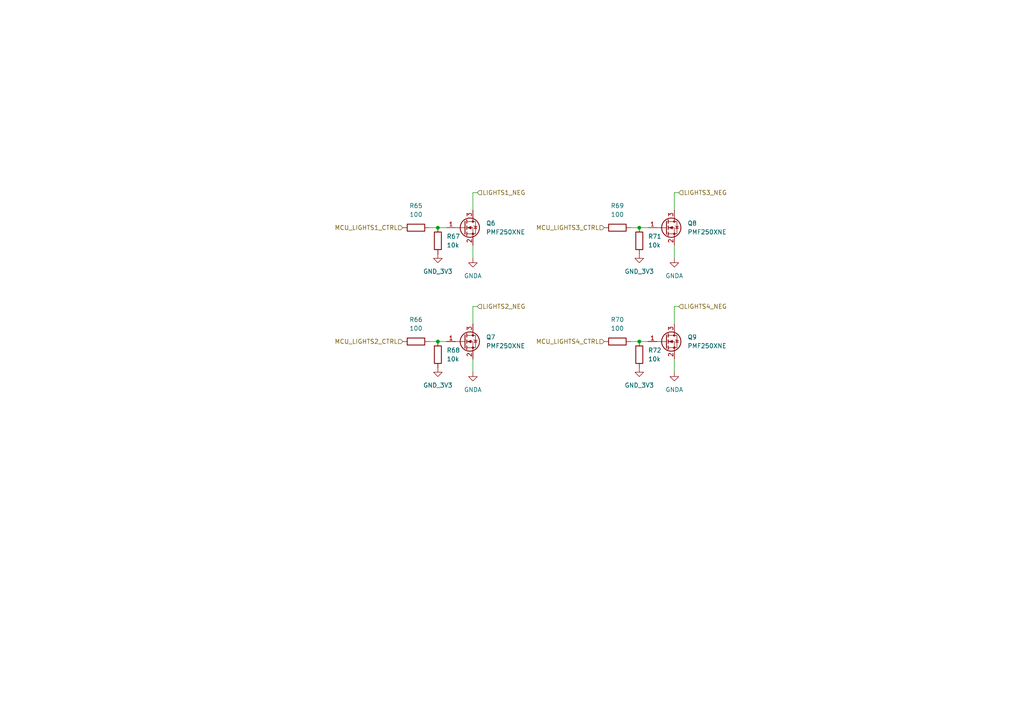
<source format=kicad_sch>
(kicad_sch (version 20231120) (generator "eeschema") (generator_version "8.0")
  (paper "A4")
  (lib_symbols
    (symbol "Device:R" (pin_numbers hide) (pin_names (offset 0))
      (property "Reference" "R" (at 2.032 0 90))
      (property "Value" "R" (at 0 0 90))
      (symbol "R_0_1"
        (rectangle (start -1.016 -2.54) (end 1.016 2.54) (stroke (width 0.254)))
      )
      (symbol "R_1_1"
        (pin passive line (at 0 3.81 270) (length 1.27) (name "~") (number "1"))
        (pin passive line (at 0 -3.81 90) (length 1.27) (name "~") (number "2"))
      )
    )
    (symbol "Transistor_FET:2N7002E" (pin_names hide)
      (property "Reference" "Q" (at 5.08 1.905 0))
      (property "Value" "2N7002E" (at 5.08 0 0))
      (symbol "2N7002E_0_1"
        (polyline (pts (xy 0.254 0) (xy -2.54 0)))
        (polyline (pts (xy 0.254 1.905) (xy 0.254 -1.905)) (stroke (width 0.254)))
        (polyline (pts (xy 0.762 -1.27) (xy 0.762 -2.286)) (stroke (width 0.254)))
        (polyline (pts (xy 0.762 0.508) (xy 0.762 -0.508)) (stroke (width 0.254)))
        (polyline (pts (xy 0.762 2.286) (xy 0.762 1.27)) (stroke (width 0.254)))
        (polyline (pts (xy 2.54 2.54) (xy 2.54 1.778)))
        (polyline (pts (xy 2.54 -2.54) (xy 2.54 0) (xy 0.762 0)))
        (polyline (pts (xy 0.762 -1.778) (xy 3.302 -1.778) (xy 3.302 1.778) (xy 0.762 1.778)))
        (polyline (pts (xy 1.016 0) (xy 2.032 0.381) (xy 2.032 -0.381) (xy 1.016 0)) (fill (type outline)))
        (polyline (pts (xy 2.794 0.508) (xy 2.921 0.381) (xy 3.683 0.381) (xy 3.81 0.254)))
        (polyline (pts (xy 3.302 0.381) (xy 2.921 -0.254) (xy 3.683 -0.254) (xy 3.302 0.381)))
        (circle (center 1.651 0) (radius 2.794) (stroke (width 0.254)))
        (circle (center 2.54 -1.778) (radius 0.254) (fill (type outline)))
        (circle (center 2.54 1.778) (radius 0.254) (fill (type outline)))
      )
      (symbol "2N7002E_1_1"
        (pin input line (at -5.08 0 0) (length 2.54) (name "G") (number "1"))
        (pin passive line (at 2.54 -5.08 90) (length 2.54) (name "S") (number "2"))
        (pin passive line (at 2.54 5.08 270) (length 2.54) (name "D") (number "3"))
      )
    )
    (symbol "power:GND" (power) (pin_numbers hide) (pin_names (offset 0) hide)
      (property "Value" "GND" (at 0 -3.81 0))
      (symbol "GND_0_1"
        (polyline (pts (xy 0 0) (xy 0 -1.27) (xy 1.27 -1.27) (xy 0 -2.54) (xy -1.27 -1.27) (xy 0 -1.27)))
      )
      (symbol "GND_1_1"
        (pin power_in line (at 0 0 270) (length 0) (name "~") (number "1"))
      )
    )
    (symbol "power:GNDA" (power) (pin_numbers hide) (pin_names (offset 0) hide)
      (property "Value" "GNDA" (at 0 -3.81 0))
      (symbol "GNDA_0_1"
        (polyline (pts (xy 0 0) (xy 0 -1.27) (xy 1.27 -1.27) (xy 0 -2.54) (xy -1.27 -1.27) (xy 0 -1.27)))
      )
      (symbol "GNDA_1_1"
        (pin power_in line (at 0 0 270) (length 0) (name "~") (number "1"))
      )
    )
  )
  (junction (at 185.42 66.04))
  (junction (at 185.42 99.06))
  (junction (at 127 99.06))
  (junction (at 127 66.04))
  (wire (pts (xy 124.46 99.06) (xy 127 99.06)))
  (wire (pts (xy 185.42 99.06) (xy 187.96 99.06)))
  (wire (pts (xy 195.58 74.93) (xy 195.58 71.12)))
  (wire (pts (xy 195.58 55.88) (xy 196.85 55.88)))
  (wire (pts (xy 195.58 55.88) (xy 195.58 60.96)))
  (wire (pts (xy 137.16 88.9) (xy 138.43 88.9)))
  (wire (pts (xy 127 66.04) (xy 129.54 66.04)))
  (wire (pts (xy 195.58 88.9) (xy 195.58 93.98)))
  (wire (pts (xy 185.42 66.04) (xy 187.96 66.04)))
  (wire (pts (xy 195.58 88.9) (xy 196.85 88.9)))
  (wire (pts (xy 182.88 66.04) (xy 185.42 66.04)))
  (wire (pts (xy 124.46 66.04) (xy 127 66.04)))
  (wire (pts (xy 137.16 88.9) (xy 137.16 93.98)))
  (wire (pts (xy 195.58 107.95) (xy 195.58 104.14)))
  (wire (pts (xy 137.16 55.88) (xy 138.43 55.88)))
  (wire (pts (xy 137.16 74.93) (xy 137.16 71.12)))
  (wire (pts (xy 127 99.06) (xy 129.54 99.06)))
  (wire (pts (xy 137.16 55.88) (xy 137.16 60.96)))
  (wire (pts (xy 182.88 99.06) (xy 185.42 99.06)))
  (wire (pts (xy 137.16 107.95) (xy 137.16 104.14)))
  (hierarchical_label "LIGHTS4_NEG" (shape input) (at 196.85 88.9 0))
  (hierarchical_label "MCU_LIGHTS4_CTRL" (shape input) (at 175.26 99.06 180))
  (hierarchical_label "MCU_LIGHTS3_CTRL" (shape input) (at 175.26 66.04 180))
  (hierarchical_label "LIGHTS2_NEG" (shape input) (at 138.43 88.9 0))
  (hierarchical_label "MCU_LIGHTS2_CTRL" (shape input) (at 116.84 99.06 180))
  (hierarchical_label "MCU_LIGHTS1_CTRL" (shape input) (at 116.84 66.04 180))
  (hierarchical_label "LIGHTS1_NEG" (shape input) (at 138.43 55.88 0))
  (hierarchical_label "LIGHTS3_NEG" (shape input) (at 196.85 55.88 0))
  (symbol (lib_id "Device:R") (at 179.07 99.06 90) (unit 1)
    (property "Reference" "R70" (at 179.07 92.71 90))
    (property "Value" "100" (at 179.07 95.25 90))
    (property "Footprint" "Resistor_SMD:R_0603_1608Metric" (effects (hide yes)))
    (property "Description" "Resistor" (effects (hide yes)))
    (property "MANUF_PN" "RC0603FR-07100RL" (effects (hide yes)))
  )
  (symbol (lib_id "power:GND") (at 127 73.66 0) (unit 1)
    (property "Reference" "#PWR0148" (effects (hide yes)))
    (property "Value" "GND_3V3" (at 127 78.74 0))
    (property "Description" "Power symbol creates a global label with name \"GND\" , ground" (effects (hide yes)))
  )
  (symbol (lib_id "power:GNDA") (at 137.16 74.93 0) (unit 1)
    (property "Reference" "#PWR0150" (effects (hide yes)))
    (property "Value" "GNDA" (at 137.16 80.01 0))
    (property "Description" "Power symbol creates a global label with name \"GNDA\" , analog ground" (effects (hide yes)))
  )
  (symbol (lib_id "Device:R") (at 120.65 66.04 90) (unit 1)
    (property "Reference" "R65" (at 120.65 59.69 90))
    (property "Value" "100" (at 120.65 62.23 90))
    (property "Footprint" "Resistor_SMD:R_0603_1608Metric" (effects (hide yes)))
    (property "Description" "Resistor" (effects (hide yes)))
    (property "MANUF_PN" "RC0603FR-07100RL" (effects (hide yes)))
  )
  (symbol (lib_id "Device:R") (at 127 102.87 180) (unit 1)
    (property "Reference" "R68" (at 129.54 101.5999 0) (effects (justify right)))
    (property "Value" "10k" (at 129.54 104.1399 0) (effects (justify right)))
    (property "Footprint" "Resistor_SMD:R_0603_1608Metric" (effects (hide yes)))
    (property "Description" "Resistor" (effects (hide yes)))
    (property "MANUF_PN" "RC0603FR-0710KL" (effects (hide yes)))
  )
  (symbol (lib_id "Device:R") (at 120.65 99.06 90) (unit 1)
    (property "Reference" "R66" (at 120.65 92.71 90))
    (property "Value" "100" (at 120.65 95.25 90))
    (property "Footprint" "Resistor_SMD:R_0603_1608Metric" (effects (hide yes)))
    (property "Description" "Resistor" (effects (hide yes)))
    (property "MANUF_PN" "RC0603FR-07100RL" (effects (hide yes)))
  )
  (symbol (lib_id "Device:R") (at 179.07 66.04 90) (unit 1)
    (property "Reference" "R69" (at 179.07 59.69 90))
    (property "Value" "100" (at 179.07 62.23 90))
    (property "Footprint" "Resistor_SMD:R_0603_1608Metric" (effects (hide yes)))
    (property "Description" "Resistor" (effects (hide yes)))
    (property "MANUF_PN" "RC0603FR-07100RL" (effects (hide yes)))
  )
  (symbol (lib_id "power:GND") (at 185.42 106.68 0) (unit 1)
    (property "Reference" "#PWR0153" (effects (hide yes)))
    (property "Value" "GND_3V3" (at 185.42 111.76 0))
    (property "Description" "Power symbol creates a global label with name \"GND\" , ground" (effects (hide yes)))
  )
  (symbol (lib_id "power:GNDA") (at 195.58 74.93 0) (unit 1)
    (property "Reference" "#PWR0154" (effects (hide yes)))
    (property "Value" "GNDA" (at 195.58 80.01 0))
    (property "Description" "Power symbol creates a global label with name \"GNDA\" , analog ground" (effects (hide yes)))
  )
  (symbol (lib_id "Transistor_FET:2N7002E") (at 134.62 99.06 0) (unit 1)
    (property "Reference" "Q7" (at 140.97 97.7899 0) (effects (justify left)))
    (property "Value" "PMF250XNE" (at 140.97 100.3299 0) (effects (justify left)))
    (property "Footprint" "Package_TO_SOT_SMD:SOT-23" (effects (hide yes)))
    (property "Datasheet" "https://assets.nexperia.com/documents/data-sheet/PMF250XNE.pdf" (effects (hide yes)))
    (property "Description" "0.24A Id, 60V Vds, N-Channel MOSFET, SOT-23" (effects (hide yes)))
    (property "MANUF_PN" "PMF250XNEX" (effects (hide yes)))
  )
  (symbol (lib_id "power:GND") (at 185.42 73.66 0) (unit 1)
    (property "Reference" "#PWR0152" (effects (hide yes)))
    (property "Value" "GND_3V3" (at 185.42 78.74 0))
    (property "Description" "Power symbol creates a global label with name \"GND\" , ground" (effects (hide yes)))
  )
  (symbol (lib_id "power:GNDA") (at 137.16 107.95 0) (unit 1)
    (property "Reference" "#PWR0151" (effects (hide yes)))
    (property "Value" "GNDA" (at 137.16 113.03 0))
    (property "Description" "Power symbol creates a global label with name \"GNDA\" , analog ground" (effects (hide yes)))
  )
  (symbol (lib_id "Device:R") (at 127 69.85 180) (unit 1)
    (property "Reference" "R67" (at 129.54 68.5799 0) (effects (justify right)))
    (property "Value" "10k" (at 129.54 71.1199 0) (effects (justify right)))
    (property "Footprint" "Resistor_SMD:R_0603_1608Metric" (effects (hide yes)))
    (property "Description" "Resistor" (effects (hide yes)))
    (property "MANUF_PN" "RC0603FR-0710KL" (effects (hide yes)))
  )
  (symbol (lib_id "Device:R") (at 185.42 69.85 180) (unit 1)
    (property "Reference" "R71" (at 187.96 68.5799 0) (effects (justify right)))
    (property "Value" "10k" (at 187.96 71.1199 0) (effects (justify right)))
    (property "Footprint" "Resistor_SMD:R_0603_1608Metric" (effects (hide yes)))
    (property "Description" "Resistor" (effects (hide yes)))
    (property "MANUF_PN" "RC0603FR-0710KL" (effects (hide yes)))
  )
  (symbol (lib_id "power:GNDA") (at 195.58 107.95 0) (unit 1)
    (property "Reference" "#PWR0155" (effects (hide yes)))
    (property "Value" "GNDA" (at 195.58 113.03 0))
    (property "Description" "Power symbol creates a global label with name \"GNDA\" , analog ground" (effects (hide yes)))
  )
  (symbol (lib_id "Transistor_FET:2N7002E") (at 193.04 99.06 0) (unit 1)
    (property "Reference" "Q9" (at 199.39 97.7899 0) (effects (justify left)))
    (property "Value" "PMF250XNE" (at 199.39 100.3299 0) (effects (justify left)))
    (property "Footprint" "Package_TO_SOT_SMD:SOT-23" (effects (hide yes)))
    (property "Datasheet" "https://assets.nexperia.com/documents/data-sheet/PMF250XNE.pdf" (effects (hide yes)))
    (property "Description" "0.24A Id, 60V Vds, N-Channel MOSFET, SOT-23" (effects (hide yes)))
    (property "MANUF_PN" "PMF250XNEX" (effects (hide yes)))
  )
  (symbol (lib_id "Transistor_FET:2N7002E") (at 134.62 66.04 0) (unit 1)
    (property "Reference" "Q6" (at 140.97 64.7699 0) (effects (justify left)))
    (property "Value" "PMF250XNE" (at 140.97 67.3099 0) (effects (justify left)))
    (property "Footprint" "Package_TO_SOT_SMD:SOT-23" (effects (hide yes)))
    (property "Datasheet" "https://assets.nexperia.com/documents/data-sheet/PMF250XNE.pdf" (effects (hide yes)))
    (property "Description" "0.24A Id, 60V Vds, N-Channel MOSFET, SOT-23" (effects (hide yes)))
    (property "MANUF_PN" "PMF250XNEX" (effects (hide yes)))
  )
  (symbol (lib_id "power:GND") (at 127 106.68 0) (unit 1)
    (property "Reference" "#PWR0149" (effects (hide yes)))
    (property "Value" "GND_3V3" (at 127 111.76 0))
    (property "Description" "Power symbol creates a global label with name \"GND\" , ground" (effects (hide yes)))
  )
  (symbol (lib_id "Transistor_FET:2N7002E") (at 193.04 66.04 0) (unit 1)
    (property "Reference" "Q8" (at 199.39 64.7699 0) (effects (justify left)))
    (property "Value" "PMF250XNE" (at 199.39 67.3099 0) (effects (justify left)))
    (property "Footprint" "Package_TO_SOT_SMD:SOT-23" (effects (hide yes)))
    (property "Datasheet" "https://assets.nexperia.com/documents/data-sheet/PMF250XNE.pdf" (effects (hide yes)))
    (property "Description" "0.24A Id, 60V Vds, N-Channel MOSFET, SOT-23" (effects (hide yes)))
    (property "MANUF_PN" "PMF250XNEX" (effects (hide yes)))
  )
  (symbol (lib_id "Device:R") (at 185.42 102.87 180) (unit 1)
    (property "Reference" "R72" (at 187.96 101.5999 0) (effects (justify right)))
    (property "Value" "10k" (at 187.96 104.1399 0) (effects (justify right)))
    (property "Footprint" "Resistor_SMD:R_0603_1608Metric" (effects (hide yes)))
    (property "Description" "Resistor" (effects (hide yes)))
    (property "MANUF_PN" "RC0603FR-0710KL" (effects (hide yes)))
  )
)
</source>
